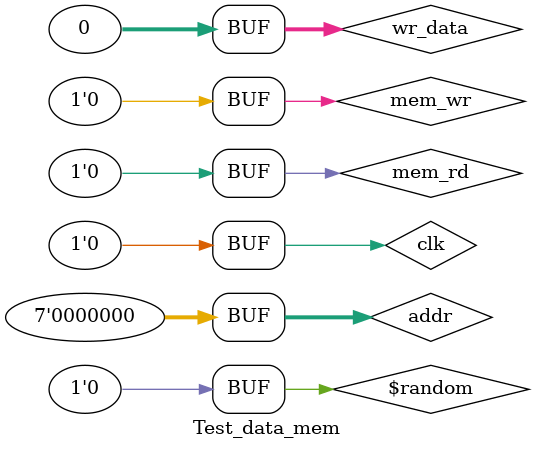
<source format=v>
`timescale 1ns / 1ps


module Test_data_mem;

	// Inputs
	reg clk;
	reg [6:0] addr;
	reg mem_wr;
	reg mem_rd;
	reg [31:0] wr_data;

	// Outputs
	wire [31:0] read_data;

	// Instantiate the Unit Under Test (UUT)
	data_mem data_mem_ins (
		.clk(clk), 
		.addr(addr), 
		.mem_wr(mem_wr), 
		.mem_rd(mem_rd), 
		.wr_data(wr_data), 
		.read_data(read_data)
	);

	initial begin
		// Initialize Inputs
		clk = 0;
		addr = 0;
		mem_wr = 0;
		mem_rd = 0;
		wr_data = 0;	
	end
	
	initial repeat (40) #5 clk = ~clk;
	
	initial begin
		#25
		mem_wr = 1;
		mem_rd = 0;
		addr = $random;
		wr_data = $random;

		#10
		mem_wr = 0;
		mem_rd = 1;
		addr = 7'h24;
		
		
		#10
		mem_wr = 0;
		mem_rd = 0;
		addr = $random;
		wr_data = $random;
		
	end
      
endmodule


</source>
